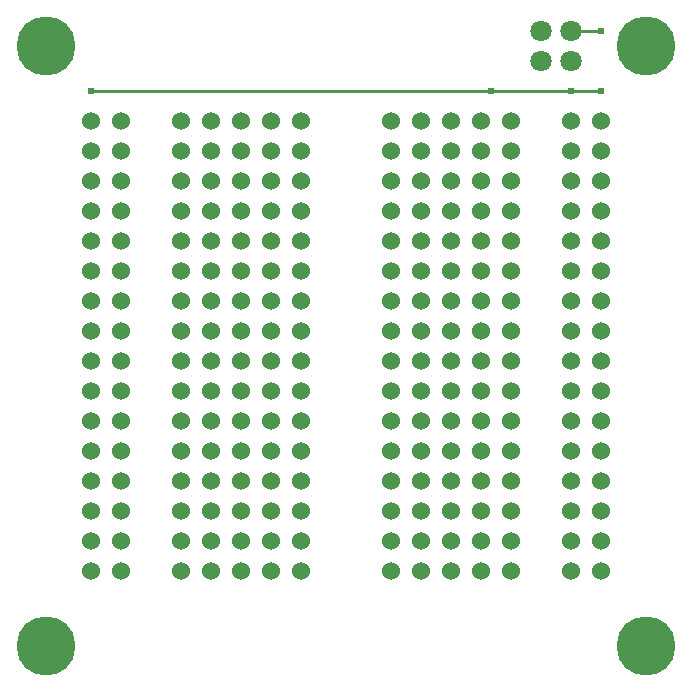
<source format=gbl>
G04 Layer: BottomLayer*
G04 EasyEDA v6.5.29, 2023-07-20 18:44:56*
G04 ecacf19a758f4ad5b663ea4f4b469a4f,5a6b42c53f6a479593ecc07194224c93,10*
G04 Gerber Generator version 0.2*
G04 Scale: 100 percent, Rotated: No, Reflected: No *
G04 Dimensions in millimeters *
G04 leading zeros omitted , absolute positions ,4 integer and 5 decimal *
%FSLAX45Y45*%
%MOMM*%

%ADD10C,0.2540*%
%ADD11C,5.0000*%
%ADD12C,1.8000*%
%ADD13C,1.5240*%
%ADD14C,0.6096*%
%ADD15C,0.0155*%

%LPD*%
D10*
X4826000Y5078476D02*
G01*
X762000Y5078476D01*
X5080000Y5080000D02*
G01*
X4826000Y5078476D01*
X4826000Y5588000D02*
G01*
X5080000Y5588000D01*
D11*
G01*
X381000Y5461000D03*
G01*
X5461000Y5461000D03*
G01*
X5461000Y381000D03*
G01*
X381000Y381000D03*
D12*
G01*
X4572000Y5588000D03*
G01*
X4572000Y5334000D03*
G01*
X4826000Y5334000D03*
G01*
X4826000Y5588000D03*
D13*
G01*
X762076Y4572000D03*
G01*
X1016076Y4572000D03*
G01*
X762076Y4318000D03*
G01*
X1016076Y4318000D03*
G01*
X762076Y4064000D03*
G01*
X1016076Y4064000D03*
G01*
X762127Y4826000D03*
G01*
X1016076Y4826000D03*
G01*
X1016000Y3810000D03*
G01*
X762076Y3810000D03*
G01*
X1016000Y3048000D03*
G01*
X762000Y3048000D03*
G01*
X1016000Y3302000D03*
G01*
X762000Y3302000D03*
G01*
X1016000Y3556000D03*
G01*
X762000Y3556000D03*
G01*
X1016000Y2794000D03*
G01*
X762076Y2794000D03*
G01*
X1016000Y2032000D03*
G01*
X762000Y2032000D03*
G01*
X1016000Y2286000D03*
G01*
X762000Y2286000D03*
G01*
X1016000Y2540000D03*
G01*
X762000Y2540000D03*
G01*
X1016000Y1778000D03*
G01*
X762076Y1778000D03*
G01*
X1016000Y1016000D03*
G01*
X762000Y1016000D03*
G01*
X1016000Y1270000D03*
G01*
X762000Y1270000D03*
G01*
X1016000Y1524000D03*
G01*
X762000Y1524000D03*
G01*
X1777923Y4826000D03*
G01*
X1524000Y4826000D03*
G01*
X1777923Y4064000D03*
G01*
X1523923Y4064000D03*
G01*
X1777923Y4318000D03*
G01*
X1523923Y4318000D03*
G01*
X1777923Y4572000D03*
G01*
X1523923Y4572000D03*
G01*
X2286000Y4826000D03*
G01*
X2032076Y4826000D03*
G01*
X2286000Y4064000D03*
G01*
X2032000Y4064000D03*
G01*
X2286000Y4318000D03*
G01*
X2032000Y4318000D03*
G01*
X2286000Y4572000D03*
G01*
X2032000Y4572000D03*
G01*
X2540000Y4826000D03*
G01*
X2539923Y4064000D03*
G01*
X2539923Y4318000D03*
G01*
X2539923Y4572000D03*
G01*
X4317923Y4572000D03*
G01*
X4317923Y4318000D03*
G01*
X4317923Y4064000D03*
G01*
X4318000Y4826000D03*
G01*
X3810000Y4572000D03*
G01*
X4064000Y4572000D03*
G01*
X3810000Y4318000D03*
G01*
X4064000Y4318000D03*
G01*
X3810000Y4064000D03*
G01*
X4064000Y4064000D03*
G01*
X3810050Y4826000D03*
G01*
X4064000Y4826000D03*
G01*
X3301923Y4572000D03*
G01*
X3555923Y4572000D03*
G01*
X3301923Y4318000D03*
G01*
X3555923Y4318000D03*
G01*
X3301923Y4064000D03*
G01*
X3555923Y4064000D03*
G01*
X3302000Y4826000D03*
G01*
X3555923Y4826000D03*
G01*
X4825923Y1524000D03*
G01*
X5079923Y1524000D03*
G01*
X4825923Y1270000D03*
G01*
X5079923Y1270000D03*
G01*
X4825923Y1016000D03*
G01*
X5079923Y1016000D03*
G01*
X4826000Y1778000D03*
G01*
X5079923Y1778000D03*
G01*
X4825923Y2540000D03*
G01*
X5079923Y2540000D03*
G01*
X4825923Y2286000D03*
G01*
X5079923Y2286000D03*
G01*
X4825923Y2032000D03*
G01*
X5079923Y2032000D03*
G01*
X4826000Y2794000D03*
G01*
X5079923Y2794000D03*
G01*
X4825923Y3556000D03*
G01*
X5079923Y3556000D03*
G01*
X4825923Y3302000D03*
G01*
X5079923Y3302000D03*
G01*
X4825923Y3048000D03*
G01*
X5079923Y3048000D03*
G01*
X4826000Y3810000D03*
G01*
X5079923Y3810000D03*
G01*
X5080000Y4826000D03*
G01*
X4826050Y4826000D03*
G01*
X5080000Y4064000D03*
G01*
X4826000Y4064000D03*
G01*
X5080000Y4318000D03*
G01*
X4826000Y4318000D03*
G01*
X5080000Y4572000D03*
G01*
X4826000Y4572000D03*
G01*
X3555923Y3810000D03*
G01*
X3302000Y3810000D03*
G01*
X3555923Y3048000D03*
G01*
X3301923Y3048000D03*
G01*
X3555923Y3302000D03*
G01*
X3301923Y3302000D03*
G01*
X3555923Y3556000D03*
G01*
X3301923Y3556000D03*
G01*
X4064000Y3810000D03*
G01*
X3810050Y3810000D03*
G01*
X4064000Y3048000D03*
G01*
X3810000Y3048000D03*
G01*
X4064000Y3302000D03*
G01*
X3810000Y3302000D03*
G01*
X4064000Y3556000D03*
G01*
X3810000Y3556000D03*
G01*
X4318000Y3810000D03*
G01*
X4317923Y3048000D03*
G01*
X4317923Y3302000D03*
G01*
X4317923Y3556000D03*
G01*
X2539923Y3556000D03*
G01*
X2539923Y3302000D03*
G01*
X2539923Y3048000D03*
G01*
X2540000Y3810000D03*
G01*
X2032000Y3556000D03*
G01*
X2286000Y3556000D03*
G01*
X2032000Y3302000D03*
G01*
X2286000Y3302000D03*
G01*
X2032000Y3048000D03*
G01*
X2286000Y3048000D03*
G01*
X2032076Y3810000D03*
G01*
X2286000Y3810000D03*
G01*
X1523923Y3556000D03*
G01*
X1777923Y3556000D03*
G01*
X1523923Y3302000D03*
G01*
X1777923Y3302000D03*
G01*
X1523923Y3048000D03*
G01*
X1777923Y3048000D03*
G01*
X1524000Y3810000D03*
G01*
X1777923Y3810000D03*
G01*
X3555923Y2794000D03*
G01*
X3302000Y2794000D03*
G01*
X3555923Y2032000D03*
G01*
X3301923Y2032000D03*
G01*
X3555923Y2286000D03*
G01*
X3301923Y2286000D03*
G01*
X3555923Y2540000D03*
G01*
X3301923Y2540000D03*
G01*
X4064000Y2794000D03*
G01*
X3810050Y2794000D03*
G01*
X4064000Y2032000D03*
G01*
X3810000Y2032000D03*
G01*
X4064000Y2286000D03*
G01*
X3810000Y2286000D03*
G01*
X4064000Y2540000D03*
G01*
X3810000Y2540000D03*
G01*
X4318000Y2794000D03*
G01*
X4317923Y2032000D03*
G01*
X4317923Y2286000D03*
G01*
X4317923Y2540000D03*
G01*
X2539923Y2540000D03*
G01*
X2539923Y2286000D03*
G01*
X2539923Y2032000D03*
G01*
X2540000Y2794000D03*
G01*
X2032000Y2540000D03*
G01*
X2286000Y2540000D03*
G01*
X2032000Y2286000D03*
G01*
X2286000Y2286000D03*
G01*
X2032000Y2032000D03*
G01*
X2286000Y2032000D03*
G01*
X2032076Y2794000D03*
G01*
X2286000Y2794000D03*
G01*
X1523923Y2540000D03*
G01*
X1777923Y2540000D03*
G01*
X1523923Y2286000D03*
G01*
X1777923Y2286000D03*
G01*
X1523923Y2032000D03*
G01*
X1777923Y2032000D03*
G01*
X1524000Y2794000D03*
G01*
X1777923Y2794000D03*
G01*
X3555923Y1778000D03*
G01*
X3302000Y1778000D03*
G01*
X3555923Y1016000D03*
G01*
X3301923Y1016000D03*
G01*
X3555923Y1270000D03*
G01*
X3301923Y1270000D03*
G01*
X3555923Y1524000D03*
G01*
X3301923Y1524000D03*
G01*
X4064000Y1778000D03*
G01*
X3810050Y1778000D03*
G01*
X4064000Y1016000D03*
G01*
X3810000Y1016000D03*
G01*
X4064000Y1270000D03*
G01*
X3810000Y1270000D03*
G01*
X4064000Y1524000D03*
G01*
X3810000Y1524000D03*
G01*
X4318000Y1778000D03*
G01*
X4317923Y1016000D03*
G01*
X4317923Y1270000D03*
G01*
X4317923Y1524000D03*
G01*
X2539923Y1524000D03*
G01*
X2539923Y1270000D03*
G01*
X2539923Y1016000D03*
G01*
X2540000Y1778000D03*
G01*
X2032000Y1524000D03*
G01*
X2286000Y1524000D03*
G01*
X2032000Y1270000D03*
G01*
X2286000Y1270000D03*
G01*
X2032000Y1016000D03*
G01*
X2286000Y1016000D03*
G01*
X2032076Y1778000D03*
G01*
X2286000Y1778000D03*
G01*
X1523923Y1524000D03*
G01*
X1777923Y1524000D03*
G01*
X1523923Y1270000D03*
G01*
X1777923Y1270000D03*
G01*
X1523923Y1016000D03*
G01*
X1777923Y1016000D03*
G01*
X1524000Y1778000D03*
G01*
X1777923Y1778000D03*
D14*
G01*
X4826000Y5078501D03*
G01*
X4149090Y5080000D03*
G01*
X5080000Y5588000D03*
G01*
X5080000Y5079974D03*
G01*
X762000Y5078476D03*
M02*

</source>
